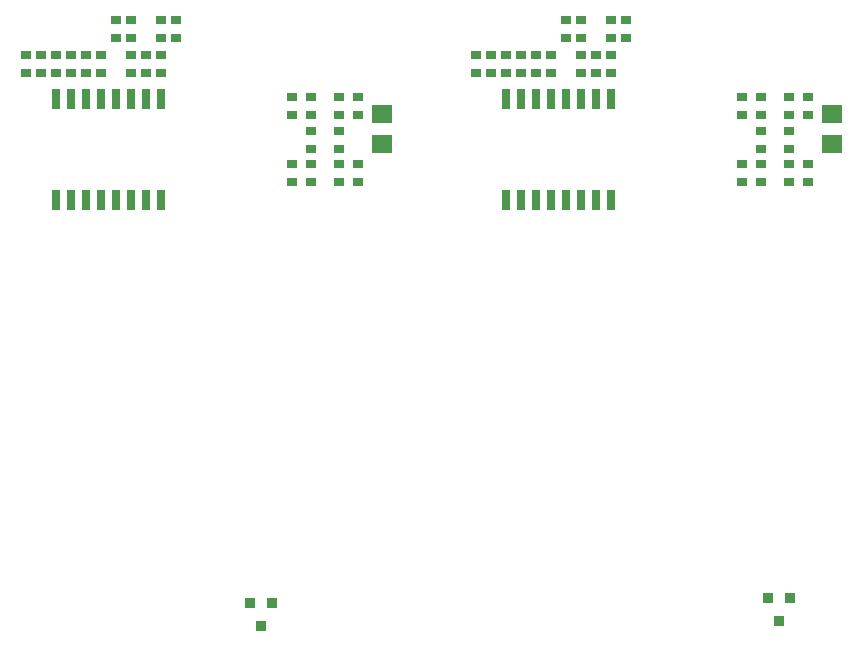
<source format=gbp>
G04*
G04 #@! TF.GenerationSoftware,Altium Limited,Altium Designer,24.5.2 (23)*
G04*
G04 Layer_Color=128*
%FSLAX44Y44*%
%MOMM*%
G71*
G04*
G04 #@! TF.SameCoordinates,31888D97-798D-4CBF-A4AE-393945775F34*
G04*
G04*
G04 #@! TF.FilePolarity,Positive*
G04*
G01*
G75*
%ADD46R,0.8890X0.7620*%
%ADD47R,1.7780X1.5240*%
%ADD48R,0.8200X0.9200*%
%ADD49R,0.7600X1.6700*%
D46*
X692430Y722348D02*
D03*
Y707108D02*
D03*
X705130Y722348D02*
D03*
Y707108D02*
D03*
X679730Y722348D02*
D03*
Y707108D02*
D03*
X590830Y722094D02*
D03*
Y706854D02*
D03*
X603530Y722094D02*
D03*
Y706854D02*
D03*
X616230Y722094D02*
D03*
Y706854D02*
D03*
X628930Y707108D02*
D03*
Y722348D02*
D03*
X641630Y722094D02*
D03*
Y706854D02*
D03*
X654330Y722348D02*
D03*
Y707108D02*
D03*
X667030Y736715D02*
D03*
Y751955D02*
D03*
X679692D02*
D03*
Y736715D02*
D03*
X705130Y751955D02*
D03*
Y736715D02*
D03*
X717830D02*
D03*
Y751955D02*
D03*
X1022630Y722094D02*
D03*
Y706854D02*
D03*
X1009930Y722348D02*
D03*
Y707108D02*
D03*
X997230Y722094D02*
D03*
Y706854D02*
D03*
X984530Y722094D02*
D03*
Y706854D02*
D03*
X971830Y722094D02*
D03*
Y706854D02*
D03*
X1035330Y722348D02*
D03*
Y707108D02*
D03*
X1060730Y722348D02*
D03*
Y707108D02*
D03*
X1086130Y722348D02*
D03*
Y707108D02*
D03*
X1073430Y722348D02*
D03*
Y707108D02*
D03*
X1048030Y736715D02*
D03*
Y751955D02*
D03*
X1060692D02*
D03*
Y736715D02*
D03*
X1086130Y751955D02*
D03*
Y736715D02*
D03*
X1098830D02*
D03*
Y751955D02*
D03*
X856288Y686308D02*
D03*
Y671068D02*
D03*
X832412D02*
D03*
Y686308D02*
D03*
Y642874D02*
D03*
Y658114D02*
D03*
X1197450Y686308D02*
D03*
Y671068D02*
D03*
X1213412Y686308D02*
D03*
Y671068D02*
D03*
X1237288Y686308D02*
D03*
Y671068D02*
D03*
X1253250Y686308D02*
D03*
Y671068D02*
D03*
X1213412Y658114D02*
D03*
Y642874D02*
D03*
X1237288Y658114D02*
D03*
Y642874D02*
D03*
X1213412Y630174D02*
D03*
Y614934D02*
D03*
X1197450Y630174D02*
D03*
Y614934D02*
D03*
X1237288D02*
D03*
Y630174D02*
D03*
X1253250D02*
D03*
Y614934D02*
D03*
X856288Y658114D02*
D03*
Y642874D02*
D03*
X816450Y671068D02*
D03*
Y686308D02*
D03*
X872250D02*
D03*
Y671068D02*
D03*
Y630174D02*
D03*
Y614934D02*
D03*
X856288D02*
D03*
Y630174D02*
D03*
X832412D02*
D03*
Y614934D02*
D03*
X816450Y630174D02*
D03*
Y614934D02*
D03*
D47*
X1273730Y646430D02*
D03*
Y671830D02*
D03*
X892730Y646430D02*
D03*
Y671830D02*
D03*
D48*
X789940Y238550D02*
D03*
X780440Y258550D02*
D03*
X799440D02*
D03*
X1228370Y242730D02*
D03*
X1218870Y262730D02*
D03*
X1237870D02*
D03*
D49*
X616230Y684458D02*
D03*
X628930Y684458D02*
D03*
X641630Y684458D02*
D03*
X654330D02*
D03*
X667030D02*
D03*
X679730D02*
D03*
X692430Y684458D02*
D03*
X705130Y684458D02*
D03*
Y599158D02*
D03*
X692430Y599158D02*
D03*
X679730Y599158D02*
D03*
X667030D02*
D03*
X654330D02*
D03*
X641630D02*
D03*
X628930Y599158D02*
D03*
X616230Y599158D02*
D03*
X997230Y684458D02*
D03*
X1009930Y684458D02*
D03*
X1022630Y684458D02*
D03*
X1035330D02*
D03*
X1048030D02*
D03*
X1060730D02*
D03*
X1073430Y684458D02*
D03*
X1086130Y684458D02*
D03*
Y599158D02*
D03*
X1073430Y599158D02*
D03*
X1060730Y599158D02*
D03*
X1048030D02*
D03*
X1035330D02*
D03*
X1022630D02*
D03*
X1009930Y599158D02*
D03*
X997230Y599158D02*
D03*
M02*

</source>
